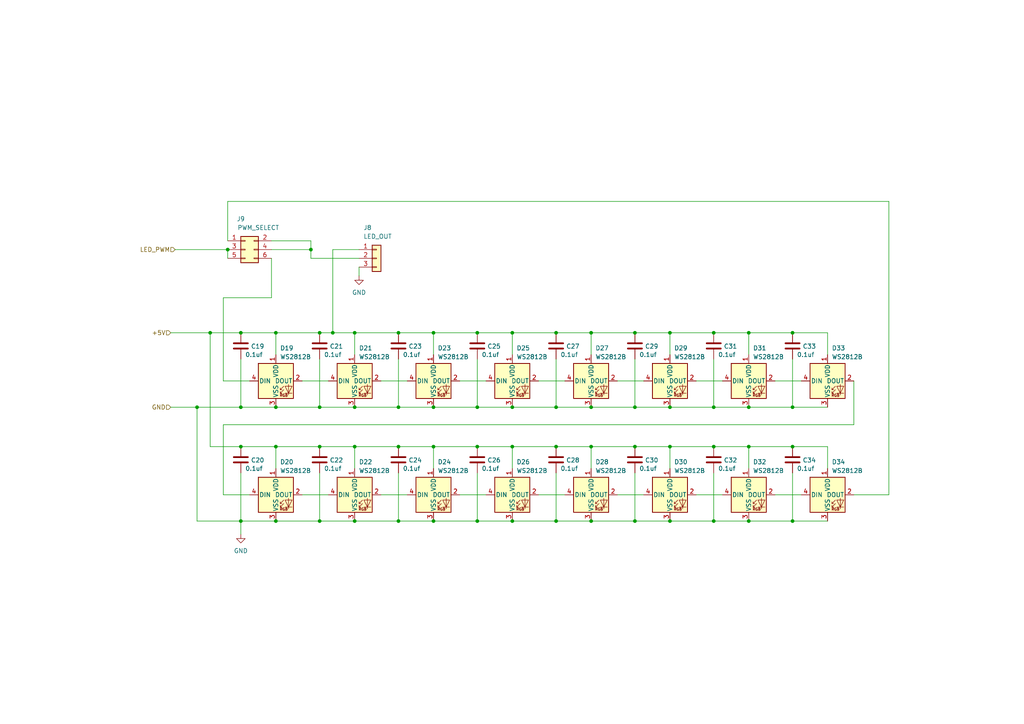
<source format=kicad_sch>
(kicad_sch (version 20230121) (generator eeschema)
  (paper "A4")
  (title_block (title "LED Bank") (rev "R0.1") (company "Up&Up") (comment 1 "Engineer: Pooh Cook") (comment 2 "Waddle Test Design"))
  (lib_symbols
    (symbol "Connector_Generic:Conn_01x03" (pin_names (offset 1.016) hide)
      (property "Reference" "J" (at 0 5.08 0))
      (property "Value" "Conn_01x03" (at 0 -5.08 0))
      (symbol "Conn_01x03_1_1"
        (rectangle (start -1.27 -2.413) (end 0 -2.667) (stroke (width 0.1524)))
        (rectangle (start -1.27 0.127) (end 0 -0.127) (stroke (width 0.1524)))
        (rectangle (start -1.27 2.667) (end 0 2.413) (stroke (width 0.1524)))
        (rectangle (start -1.27 3.81) (end 1.27 -3.81) (stroke (width 0.254)) (fill (type background)))
        (pin passive line (at -5.08 2.54 0) (length 3.81) (name "Pin_1") (number "1"))
        (pin passive line (at -5.08 0 0) (length 3.81) (name "Pin_2") (number "2"))
        (pin passive line (at -5.08 -2.54 0) (length 3.81) (name "Pin_3") (number "3"))
      )
    )
    (symbol "Connector_Generic:Conn_02x03_Odd_Even" (pin_names (offset 1.016) hide)
      (property "Reference" "J" (at 1.27 5.08 0))
      (property "Value" "Conn_02x03_Odd_Even" (at 1.27 -5.08 0))
      (symbol "Conn_02x03_Odd_Even_1_1"
        (rectangle (start -1.27 -2.413) (end 0 -2.667) (stroke (width 0.1524)))
        (rectangle (start -1.27 0.127) (end 0 -0.127) (stroke (width 0.1524)))
        (rectangle (start -1.27 2.667) (end 0 2.413) (stroke (width 0.1524)))
        (rectangle (start -1.27 3.81) (end 3.81 -3.81) (stroke (width 0.254)) (fill (type background)))
        (rectangle (start 3.81 -2.413) (end 2.54 -2.667) (stroke (width 0.1524)))
        (rectangle (start 3.81 0.127) (end 2.54 -0.127) (stroke (width 0.1524)))
        (rectangle (start 3.81 2.667) (end 2.54 2.413) (stroke (width 0.1524)))
        (pin passive line (at -5.08 2.54 0) (length 3.81) (name "Pin_1") (number "1"))
        (pin passive line (at 7.62 2.54 180) (length 3.81) (name "Pin_2") (number "2"))
        (pin passive line (at -5.08 0 0) (length 3.81) (name "Pin_3") (number "3"))
        (pin passive line (at 7.62 0 180) (length 3.81) (name "Pin_4") (number "4"))
        (pin passive line (at -5.08 -2.54 0) (length 3.81) (name "Pin_5") (number "5"))
        (pin passive line (at 7.62 -2.54 180) (length 3.81) (name "Pin_6") (number "6"))
      )
    )
    (symbol "Device:C" (pin_numbers hide) (pin_names (offset 0.254))
      (property "Reference" "C" (at 0.635 2.54 0))
      (property "Value" "C" (at 0.635 -2.54 0))
      (symbol "C_0_1"
        (polyline (pts (xy -2.032 -0.762) (xy 2.032 -0.762)) (stroke (width 0.508)))
        (polyline (pts (xy -2.032 0.762) (xy 2.032 0.762)) (stroke (width 0.508)))
      )
      (symbol "C_1_1"
        (pin passive line (at 0 3.81 270) (length 2.794) (name "~") (number "1"))
        (pin passive line (at 0 -3.81 90) (length 2.794) (name "~") (number "2"))
      )
    )
    (symbol "LED:WS2812B" (pin_names (offset 0.254))
      (property "Reference" "D" (at 5.08 5.715 0))
      (property "Value" "WS2812B" (at 1.27 -5.715 0))
      (symbol "WS2812B_0_0"
        (text "RGB" (at 2.286 -4.191 0) (effects (font (size 0.762 0.762))))
      )
      (symbol "WS2812B_0_1"
        (polyline (pts (xy 1.27 -3.556) (xy 1.778 -3.556)))
        (polyline (pts (xy 1.27 -2.54) (xy 1.778 -2.54)))
        (polyline (pts (xy 4.699 -3.556) (xy 2.667 -3.556)))
        (polyline (pts (xy 2.286 -2.54) (xy 1.27 -3.556) (xy 1.27 -3.048)))
        (polyline (pts (xy 2.286 -1.524) (xy 1.27 -2.54) (xy 1.27 -2.032)))
        (polyline (pts (xy 3.683 -1.016) (xy 3.683 -3.556) (xy 3.683 -4.064)))
        (polyline (pts (xy 4.699 -1.524) (xy 2.667 -1.524) (xy 3.683 -3.556) (xy 4.699 -1.524)))
        (rectangle (start 5.08 5.08) (end -5.08 -5.08) (stroke (width 0.254)) (fill (type background)))
      )
      (symbol "WS2812B_1_1"
        (pin power_in line (at 0 7.62 270) (length 2.54) (name "VDD") (number "1"))
        (pin output line (at 7.62 0 180) (length 2.54) (name "DOUT") (number "2"))
        (pin power_in line (at 0 -7.62 90) (length 2.54) (name "VSS") (number "3"))
        (pin input line (at -7.62 0 0) (length 2.54) (name "DIN") (number "4"))
      )
    )
    (symbol "power:GND" (power) (pin_names (offset 0))
      (property "Value" "GND" (at 0 -3.81 0))
      (symbol "GND_0_1"
        (polyline (pts (xy 0 0) (xy 0 -1.27) (xy 1.27 -1.27) (xy 0 -2.54) (xy -1.27 -1.27) (xy 0 -1.27)))
      )
      (symbol "GND_1_1"
        (pin power_in line (at 0 0 270) (length 0) hide (name "GND") (number "1"))
      )
    )
  )
  (junction (at 138.43 118.11))
  (junction (at 229.87 151.13))
  (junction (at 138.43 151.13))
  (junction (at 92.71 151.13))
  (junction (at 92.71 118.11))
  (junction (at 207.01 118.11))
  (junction (at 92.71 96.52))
  (junction (at 125.73 96.52))
  (junction (at 161.29 96.52))
  (junction (at 217.17 151.13))
  (junction (at 184.15 118.11))
  (junction (at 102.87 118.11))
  (junction (at 171.45 96.52))
  (junction (at 207.01 129.54))
  (junction (at 217.17 118.11))
  (junction (at 80.01 151.13))
  (junction (at 80.01 96.52))
  (junction (at 184.15 129.54))
  (junction (at 138.43 96.52))
  (junction (at 217.17 96.52))
  (junction (at 60.96 96.52))
  (junction (at 115.57 96.52))
  (junction (at 125.73 151.13))
  (junction (at 102.87 96.52))
  (junction (at 148.59 118.11))
  (junction (at 184.15 151.13))
  (junction (at 207.01 96.52))
  (junction (at 115.57 151.13))
  (junction (at 171.45 151.13))
  (junction (at 148.59 129.54))
  (junction (at 194.31 118.11))
  (junction (at 80.01 118.11))
  (junction (at 229.87 129.54))
  (junction (at 57.15 118.11))
  (junction (at 102.87 151.13))
  (junction (at 171.45 118.11))
  (junction (at 161.29 118.11))
  (junction (at 207.01 151.13))
  (junction (at 90.17 72.39))
  (junction (at 66.04 72.39))
  (junction (at 125.73 129.54))
  (junction (at 161.29 129.54))
  (junction (at 148.59 151.13))
  (junction (at 69.85 96.52))
  (junction (at 138.43 129.54))
  (junction (at 115.57 129.54))
  (junction (at 184.15 96.52))
  (junction (at 171.45 129.54))
  (junction (at 217.17 129.54))
  (junction (at 194.31 151.13))
  (junction (at 125.73 118.11))
  (junction (at 229.87 118.11))
  (junction (at 92.71 129.54))
  (junction (at 102.87 129.54))
  (junction (at 161.29 151.13))
  (junction (at 69.85 118.11))
  (junction (at 69.85 151.13))
  (junction (at 115.57 118.11))
  (junction (at 148.59 96.52))
  (junction (at 194.31 96.52))
  (junction (at 229.87 96.52))
  (junction (at 69.85 129.54))
  (junction (at 96.52 96.52))
  (junction (at 194.31 129.54))
  (junction (at 80.01 129.54))
  (wire (pts (xy 207.01 104.14) (xy 207.01 118.11)))
  (wire (pts (xy 78.74 69.85) (xy 90.17 69.85)))
  (wire (pts (xy 102.87 129.54) (xy 102.87 135.89)))
  (wire (pts (xy 69.85 118.11) (xy 69.85 104.14)))
  (wire (pts (xy 207.01 137.16) (xy 207.01 151.13)))
  (wire (pts (xy 247.65 123.19) (xy 64.77 123.19)))
  (wire (pts (xy 92.71 96.52) (xy 96.52 96.52)))
  (wire (pts (xy 240.03 96.52) (xy 229.87 96.52)))
  (wire (pts (xy 224.79 110.49) (xy 232.41 110.49)))
  (wire (pts (xy 240.03 151.13) (xy 229.87 151.13)))
  (wire (pts (xy 87.63 143.51) (xy 95.25 143.51)))
  (wire (pts (xy 80.01 118.11) (xy 69.85 118.11)))
  (wire (pts (xy 171.45 129.54) (xy 171.45 135.89)))
  (wire (pts (xy 194.31 118.11) (xy 184.15 118.11)))
  (wire (pts (xy 148.59 96.52) (xy 148.59 102.87)))
  (wire (pts (xy 247.65 110.49) (xy 247.65 123.19)))
  (wire (pts (xy 138.43 151.13) (xy 125.73 151.13)))
  (wire (pts (xy 217.17 118.11) (xy 207.01 118.11)))
  (wire (pts (xy 138.43 118.11) (xy 125.73 118.11)))
  (wire (pts (xy 69.85 129.54) (xy 80.01 129.54)))
  (wire (pts (xy 115.57 129.54) (xy 125.73 129.54)))
  (wire (pts (xy 257.81 143.51) (xy 257.81 58.42)))
  (wire (pts (xy 148.59 151.13) (xy 138.43 151.13)))
  (wire (pts (xy 115.57 104.14) (xy 115.57 118.11)))
  (wire (pts (xy 194.31 96.52) (xy 207.01 96.52)))
  (wire (pts (xy 217.17 96.52) (xy 217.17 102.87)))
  (wire (pts (xy 69.85 151.13) (xy 57.15 151.13)))
  (wire (pts (xy 80.01 151.13) (xy 69.85 151.13)))
  (wire (pts (xy 161.29 96.52) (xy 171.45 96.52)))
  (wire (pts (xy 60.96 96.52) (xy 60.96 129.54)))
  (wire (pts (xy 184.15 104.14) (xy 184.15 118.11)))
  (wire (pts (xy 171.45 96.52) (xy 184.15 96.52)))
  (wire (pts (xy 194.31 129.54) (xy 207.01 129.54)))
  (wire (pts (xy 78.74 86.36) (xy 64.77 86.36)))
  (wire (pts (xy 69.85 96.52) (xy 80.01 96.52)))
  (wire (pts (xy 69.85 151.13) (xy 69.85 137.16)))
  (wire (pts (xy 217.17 129.54) (xy 229.87 129.54)))
  (wire (pts (xy 102.87 118.11) (xy 92.71 118.11)))
  (wire (pts (xy 156.21 110.49) (xy 163.83 110.49)))
  (wire (pts (xy 171.45 151.13) (xy 161.29 151.13)))
  (wire (pts (xy 66.04 58.42) (xy 66.04 69.85)))
  (wire (pts (xy 80.01 129.54) (xy 80.01 135.89)))
  (wire (pts (xy 92.71 129.54) (xy 102.87 129.54)))
  (wire (pts (xy 96.52 96.52) (xy 102.87 96.52)))
  (wire (pts (xy 207.01 96.52) (xy 217.17 96.52)))
  (wire (pts (xy 125.73 96.52) (xy 125.73 102.87)))
  (wire (pts (xy 240.03 135.89) (xy 240.03 129.54)))
  (wire (pts (xy 138.43 104.14) (xy 138.43 118.11)))
  (wire (pts (xy 184.15 151.13) (xy 171.45 151.13)))
  (wire (pts (xy 257.81 58.42) (xy 66.04 58.42)))
  (wire (pts (xy 156.21 143.51) (xy 163.83 143.51)))
  (wire (pts (xy 207.01 129.54) (xy 217.17 129.54)))
  (wire (pts (xy 194.31 96.52) (xy 194.31 102.87)))
  (wire (pts (xy 90.17 69.85) (xy 90.17 72.39)))
  (wire (pts (xy 138.43 129.54) (xy 148.59 129.54)))
  (wire (pts (xy 184.15 137.16) (xy 184.15 151.13)))
  (wire (pts (xy 240.03 102.87) (xy 240.03 96.52)))
  (wire (pts (xy 115.57 151.13) (xy 102.87 151.13)))
  (wire (pts (xy 92.71 137.16) (xy 92.71 151.13)))
  (wire (pts (xy 78.74 74.93) (xy 78.74 86.36)))
  (wire (pts (xy 69.85 151.13) (xy 69.85 154.94)))
  (wire (pts (xy 229.87 118.11) (xy 217.17 118.11)))
  (wire (pts (xy 224.79 143.51) (xy 232.41 143.51)))
  (wire (pts (xy 184.15 118.11) (xy 171.45 118.11)))
  (wire (pts (xy 104.14 72.39) (xy 96.52 72.39)))
  (wire (pts (xy 229.87 137.16) (xy 229.87 151.13)))
  (wire (pts (xy 115.57 118.11) (xy 102.87 118.11)))
  (wire (pts (xy 171.45 129.54) (xy 184.15 129.54)))
  (wire (pts (xy 125.73 129.54) (xy 138.43 129.54)))
  (wire (pts (xy 125.73 96.52) (xy 138.43 96.52)))
  (wire (pts (xy 92.71 104.14) (xy 92.71 118.11)))
  (wire (pts (xy 92.71 118.11) (xy 80.01 118.11)))
  (wire (pts (xy 229.87 151.13) (xy 217.17 151.13)))
  (wire (pts (xy 179.07 110.49) (xy 186.69 110.49)))
  (wire (pts (xy 125.73 151.13) (xy 115.57 151.13)))
  (wire (pts (xy 90.17 72.39) (xy 90.17 74.93)))
  (wire (pts (xy 110.49 110.49) (xy 118.11 110.49)))
  (wire (pts (xy 148.59 129.54) (xy 161.29 129.54)))
  (wire (pts (xy 217.17 129.54) (xy 217.17 135.89)))
  (wire (pts (xy 161.29 129.54) (xy 171.45 129.54)))
  (wire (pts (xy 115.57 96.52) (xy 125.73 96.52)))
  (wire (pts (xy 138.43 137.16) (xy 138.43 151.13)))
  (wire (pts (xy 207.01 151.13) (xy 194.31 151.13)))
  (wire (pts (xy 60.96 96.52) (xy 69.85 96.52)))
  (wire (pts (xy 80.01 96.52) (xy 92.71 96.52)))
  (wire (pts (xy 102.87 96.52) (xy 102.87 102.87)))
  (wire (pts (xy 49.53 118.11) (xy 57.15 118.11)))
  (wire (pts (xy 64.77 110.49) (xy 72.39 110.49)))
  (wire (pts (xy 66.04 72.39) (xy 66.04 74.93)))
  (wire (pts (xy 87.63 110.49) (xy 95.25 110.49)))
  (wire (pts (xy 64.77 143.51) (xy 72.39 143.51)))
  (wire (pts (xy 240.03 118.11) (xy 229.87 118.11)))
  (wire (pts (xy 217.17 151.13) (xy 207.01 151.13)))
  (wire (pts (xy 64.77 123.19) (xy 64.77 143.51)))
  (wire (pts (xy 171.45 96.52) (xy 171.45 102.87)))
  (wire (pts (xy 240.03 129.54) (xy 229.87 129.54)))
  (wire (pts (xy 60.96 129.54) (xy 69.85 129.54)))
  (wire (pts (xy 90.17 74.93) (xy 104.14 74.93)))
  (wire (pts (xy 92.71 151.13) (xy 80.01 151.13)))
  (wire (pts (xy 179.07 143.51) (xy 186.69 143.51)))
  (wire (pts (xy 104.14 77.47) (xy 104.14 80.01)))
  (wire (pts (xy 50.8 72.39) (xy 66.04 72.39)))
  (wire (pts (xy 161.29 118.11) (xy 148.59 118.11)))
  (wire (pts (xy 161.29 137.16) (xy 161.29 151.13)))
  (wire (pts (xy 110.49 143.51) (xy 118.11 143.51)))
  (wire (pts (xy 207.01 118.11) (xy 194.31 118.11)))
  (wire (pts (xy 102.87 151.13) (xy 92.71 151.13)))
  (wire (pts (xy 78.74 72.39) (xy 90.17 72.39)))
  (wire (pts (xy 60.96 96.52) (xy 49.53 96.52)))
  (wire (pts (xy 194.31 129.54) (xy 194.31 135.89)))
  (wire (pts (xy 194.31 151.13) (xy 184.15 151.13)))
  (wire (pts (xy 148.59 129.54) (xy 148.59 135.89)))
  (wire (pts (xy 96.52 72.39) (xy 96.52 96.52)))
  (wire (pts (xy 247.65 143.51) (xy 257.81 143.51)))
  (wire (pts (xy 80.01 96.52) (xy 80.01 102.87)))
  (wire (pts (xy 102.87 129.54) (xy 115.57 129.54)))
  (wire (pts (xy 102.87 96.52) (xy 115.57 96.52)))
  (wire (pts (xy 125.73 118.11) (xy 115.57 118.11)))
  (wire (pts (xy 201.93 143.51) (xy 209.55 143.51)))
  (wire (pts (xy 57.15 151.13) (xy 57.15 118.11)))
  (wire (pts (xy 171.45 118.11) (xy 161.29 118.11)))
  (wire (pts (xy 138.43 96.52) (xy 148.59 96.52)))
  (wire (pts (xy 133.35 143.51) (xy 140.97 143.51)))
  (wire (pts (xy 229.87 104.14) (xy 229.87 118.11)))
  (wire (pts (xy 80.01 129.54) (xy 92.71 129.54)))
  (wire (pts (xy 217.17 96.52) (xy 229.87 96.52)))
  (wire (pts (xy 133.35 110.49) (xy 140.97 110.49)))
  (wire (pts (xy 161.29 151.13) (xy 148.59 151.13)))
  (wire (pts (xy 148.59 96.52) (xy 161.29 96.52)))
  (wire (pts (xy 201.93 110.49) (xy 209.55 110.49)))
  (wire (pts (xy 115.57 137.16) (xy 115.57 151.13)))
  (wire (pts (xy 64.77 86.36) (xy 64.77 110.49)))
  (wire (pts (xy 148.59 118.11) (xy 138.43 118.11)))
  (wire (pts (xy 161.29 104.14) (xy 161.29 118.11)))
  (wire (pts (xy 184.15 96.52) (xy 194.31 96.52)))
  (wire (pts (xy 184.15 129.54) (xy 194.31 129.54)))
  (wire (pts (xy 57.15 118.11) (xy 69.85 118.11)))
  (wire (pts (xy 125.73 129.54) (xy 125.73 135.89)))
  (hierarchical_label "GND" (shape input) (at 49.53 118.11 180))
  (hierarchical_label "+5V" (shape input) (at 49.53 96.52 180))
  (hierarchical_label "LED_PWM" (shape input) (at 50.8 72.39 180))
  (symbol (lib_id "Device:C") (at 184.15 133.35 0) (unit 1)
    (property "Reference" "C30" (at 187.071 133.477 0) (effects (justify left)))
    (property "Value" "0.1uf" (at 185.42 135.89 0) (effects (justify left)))
    (property "Footprint" "Capacitor_SMD:C_0603_1608Metric" (effects hide))
    (property "LCSC Part Number" "C14663" (effects hide))
    (property "PartNumber" "CC0603KRX7R9BB104" (effects hide))
    (property "cost" "0.0013" (effects hide))
    (instances (project "waddle" (path "" (reference "C30") (unit 1))) (project "lumpy" (path "" (reference "C35") (unit 1))))
  )
  (symbol (lib_id "Device:C") (at 115.57 100.33 0) (unit 1)
    (property "Reference" "C23" (at 118.491 100.457 0) (effects (justify left)))
    (property "Value" "0.1uf" (at 116.84 102.87 0) (effects (justify left)))
    (property "Footprint" "Capacitor_SMD:C_0603_1608Metric" (effects hide))
    (property "LCSC Part Number" "C14663" (effects hide))
    (property "PartNumber" "CC0603KRX7R9BB104" (effects hide))
    (property "cost" "0.0013" (effects hide))
    (instances (project "waddle" (path "" (reference "C23") (unit 1))) (project "lumpy" (path "" (reference "C28") (unit 1))))
  )
  (symbol (lib_id "Device:C") (at 161.29 133.35 0) (unit 1)
    (property "Reference" "C28" (at 164.211 133.477 0) (effects (justify left)))
    (property "Value" "0.1uf" (at 162.56 135.89 0) (effects (justify left)))
    (property "Footprint" "Capacitor_SMD:C_0603_1608Metric" (effects hide))
    (property "LCSC Part Number" "C14663" (effects hide))
    (property "PartNumber" "CC0603KRX7R9BB104" (effects hide))
    (property "cost" "0.0013" (effects hide))
    (instances (project "waddle" (path "" (reference "C28") (unit 1))) (project "lumpy" (path "" (reference "C33") (unit 1))))
  )
  (symbol (lib_id "LED:WS2812B") (at 148.59 110.49 0) (unit 1)
    (property "Reference" "D25" (at 151.765 100.965 0))
    (property "Value" "WS2812B" (at 154.305 103.505 0))
    (property "Footprint" "local:LED_WS2812B_PLCC4_5.0x5.0mm_P3.2mm" (effects hide))
    (property "Datasheet" "https://cdn-shop.adafruit.com/datasheets/WS2812B.pdf" (effects hide))
    (property "LCSC Part Number" "C2761795" (effects hide))
    (property "PartNumber" "WS2812B-B/T" (effects hide))
    (property "cost" "0.0512" (effects hide))
    (instances (project "waddle" (path "" (reference "D25") (unit 1))) (project "lumpy" (path "" (reference "D26") (unit 1))))
  )
  (symbol (lib_id "Device:C") (at 207.01 100.33 0) (unit 1)
    (property "Reference" "C31" (at 209.931 100.457 0) (effects (justify left)))
    (property "Value" "0.1uf" (at 208.28 102.87 0) (effects (justify left)))
    (property "Footprint" "Capacitor_SMD:C_0603_1608Metric" (effects hide))
    (property "LCSC Part Number" "C14663" (effects hide))
    (property "PartNumber" "CC0603KRX7R9BB104" (effects hide))
    (property "cost" "0.0013" (effects hide))
    (instances (project "waddle" (path "" (reference "C31") (unit 1))) (project "lumpy" (path "" (reference "C36") (unit 1))))
  )
  (symbol (lib_id "power:GND") (at 104.14 80.01 0) (unit 1)
    (property "Reference" "#PWR024" (effects hide))
    (property "Value" "GND" (at 104.14 84.836 0))
    (instances (project "waddle" (path "" (reference "#PWR024") (unit 1))) (project "lumpy" (path "" (reference "#PWR016") (unit 1))))
  )
  (symbol (lib_id "Device:C") (at 161.29 100.33 0) (unit 1)
    (property "Reference" "C27" (at 164.211 100.457 0) (effects (justify left)))
    (property "Value" "0.1uf" (at 162.56 102.87 0) (effects (justify left)))
    (property "Footprint" "Capacitor_SMD:C_0603_1608Metric" (effects hide))
    (property "LCSC Part Number" "C14663" (effects hide))
    (property "PartNumber" "CC0603KRX7R9BB104" (effects hide))
    (property "cost" "0.0013" (effects hide))
    (instances (project "waddle" (path "" (reference "C27") (unit 1))) (project "lumpy" (path "" (reference "C32") (unit 1))))
  )
  (symbol (lib_id "LED:WS2812B") (at 194.31 110.49 0) (unit 1)
    (property "Reference" "D29" (at 197.485 100.965 0))
    (property "Value" "WS2812B" (at 200.025 103.505 0))
    (property "Footprint" "local:LED_WS2812B_PLCC4_5.0x5.0mm_P3.2mm" (effects hide))
    (property "Datasheet" "https://cdn-shop.adafruit.com/datasheets/WS2812B.pdf" (effects hide))
    (property "LCSC Part Number" "C2761795" (effects hide))
    (property "PartNumber" "WS2812B-B/T" (effects hide))
    (property "cost" "0.0512" (effects hide))
    (instances (project "waddle" (path "" (reference "D29") (unit 1))) (project "lumpy" (path "" (reference "D30") (unit 1))))
  )
  (symbol (lib_id "Device:C") (at 184.15 100.33 0) (unit 1)
    (property "Reference" "C29" (at 187.071 100.457 0) (effects (justify left)))
    (property "Value" "0.1uf" (at 185.42 102.87 0) (effects (justify left)))
    (property "Footprint" "Capacitor_SMD:C_0603_1608Metric" (effects hide))
    (property "LCSC Part Number" "C14663" (effects hide))
    (property "PartNumber" "CC0603KRX7R9BB104" (effects hide))
    (property "cost" "0.0013" (effects hide))
    (instances (project "waddle" (path "" (reference "C29") (unit 1))) (project "lumpy" (path "" (reference "C34") (unit 1))))
  )
  (symbol (lib_id "Device:C") (at 69.85 100.33 0) (unit 1)
    (property "Reference" "C19" (at 72.771 100.457 0) (effects (justify left)))
    (property "Value" "0.1uf" (at 71.12 102.87 0) (effects (justify left)))
    (property "Footprint" "Capacitor_SMD:C_0603_1608Metric" (effects hide))
    (property "LCSC Part Number" "C14663" (effects hide))
    (property "PartNumber" "CC0603KRX7R9BB104" (effects hide))
    (property "cost" "0.0013" (effects hide))
    (instances (project "waddle" (path "" (reference "C19") (unit 1))) (project "lumpy" (path "" (reference "C24") (unit 1))))
  )
  (symbol (lib_id "Device:C") (at 138.43 100.33 0) (unit 1)
    (property "Reference" "C25" (at 141.351 100.457 0) (effects (justify left)))
    (property "Value" "0.1uf" (at 139.7 102.87 0) (effects (justify left)))
    (property "Footprint" "Capacitor_SMD:C_0603_1608Metric" (effects hide))
    (property "LCSC Part Number" "C14663" (effects hide))
    (property "PartNumber" "CC0603KRX7R9BB104" (effects hide))
    (property "cost" "0.0013" (effects hide))
    (instances (project "waddle" (path "" (reference "C25") (unit 1))) (project "lumpy" (path "" (reference "C30") (unit 1))))
  )
  (symbol (lib_id "LED:WS2812B") (at 171.45 143.51 0) (unit 1)
    (property "Reference" "D28" (at 174.625 133.985 0))
    (property "Value" "WS2812B" (at 177.165 136.525 0))
    (property "Footprint" "local:LED_WS2812B_PLCC4_5.0x5.0mm_P3.2mm" (effects hide))
    (property "Datasheet" "https://cdn-shop.adafruit.com/datasheets/WS2812B.pdf" (effects hide))
    (property "LCSC Part Number" "C2761795" (effects hide))
    (property "PartNumber" "WS2812B-B/T" (effects hide))
    (property "cost" "0.0512" (effects hide))
    (instances (project "waddle" (path "" (reference "D28") (unit 1))) (project "lumpy" (path "" (reference "D29") (unit 1))))
  )
  (symbol (lib_id "LED:WS2812B") (at 171.45 110.49 0) (unit 1)
    (property "Reference" "D27" (at 174.625 100.965 0))
    (property "Value" "WS2812B" (at 177.165 103.505 0))
    (property "Footprint" "local:LED_WS2812B_PLCC4_5.0x5.0mm_P3.2mm" (effects hide))
    (property "Datasheet" "https://cdn-shop.adafruit.com/datasheets/WS2812B.pdf" (effects hide))
    (property "LCSC Part Number" "C2761795" (effects hide))
    (property "PartNumber" "WS2812B-B/T" (effects hide))
    (property "cost" "0.0512" (effects hide))
    (instances (project "waddle" (path "" (reference "D27") (unit 1))) (project "lumpy" (path "" (reference "D28") (unit 1))))
  )
  (symbol (lib_id "LED:WS2812B") (at 125.73 143.51 0) (unit 1)
    (property "Reference" "D24" (at 128.905 133.985 0))
    (property "Value" "WS2812B" (at 131.445 136.525 0))
    (property "Footprint" "local:LED_WS2812B_PLCC4_5.0x5.0mm_P3.2mm" (effects hide))
    (property "Datasheet" "https://cdn-shop.adafruit.com/datasheets/WS2812B.pdf" (effects hide))
    (property "LCSC Part Number" "C2761795" (effects hide))
    (property "PartNumber" "WS2812B-B/T" (effects hide))
    (property "cost" "0.0512" (effects hide))
    (instances (project "waddle" (path "" (reference "D24") (unit 1))) (project "lumpy" (path "" (reference "D25") (unit 1))))
  )
  (symbol (lib_id "LED:WS2812B") (at 217.17 110.49 0) (unit 1)
    (property "Reference" "D31" (at 220.345 100.965 0))
    (property "Value" "WS2812B" (at 222.885 103.505 0))
    (property "Footprint" "local:LED_WS2812B_PLCC4_5.0x5.0mm_P3.2mm" (effects hide))
    (property "Datasheet" "https://cdn-shop.adafruit.com/datasheets/WS2812B.pdf" (effects hide))
    (property "LCSC Part Number" "C2761795" (effects hide))
    (property "PartNumber" "WS2812B-B/T" (effects hide))
    (property "cost" "0.0512" (effects hide))
    (instances (project "waddle" (path "" (reference "D31") (unit 1))) (project "lumpy" (path "" (reference "D32") (unit 1))))
  )
  (symbol (lib_id "Connector_Generic:Conn_01x03") (at 109.22 74.93 0) (unit 1)
    (property "Reference" "J8" (at 105.41 66.04 0) (effects (justify left)))
    (property "Value" "LED_OUT" (at 105.41 68.58 0) (effects (justify left)))
    (property "Footprint" "local:PinHeader_1x03_P2.54mm_Vertical" (effects hide))
  )
  (symbol (lib_id "Device:C") (at 115.57 133.35 0) (unit 1)
    (property "Reference" "C24" (at 118.491 133.477 0) (effects (justify left)))
    (property "Value" "0.1uf" (at 116.84 135.89 0) (effects (justify left)))
    (property "Footprint" "Capacitor_SMD:C_0603_1608Metric" (effects hide))
    (property "LCSC Part Number" "C14663" (effects hide))
    (property "PartNumber" "CC0603KRX7R9BB104" (effects hide))
    (property "cost" "0.0013" (effects hide))
    (instances (project "waddle" (path "" (reference "C24") (unit 1))) (project "lumpy" (path "" (reference "C29") (unit 1))))
  )
  (symbol (lib_id "LED:WS2812B") (at 80.01 143.51 0) (unit 1)
    (property "Reference" "D20" (at 83.185 133.985 0))
    (property "Value" "WS2812B" (at 85.725 136.525 0))
    (property "Footprint" "local:LED_WS2812B_PLCC4_5.0x5.0mm_P3.2mm" (effects hide))
    (property "Datasheet" "https://cdn-shop.adafruit.com/datasheets/WS2812B.pdf" (effects hide))
    (property "LCSC Part Number" "C2761795" (effects hide))
    (property "PartNumber" "WS2812B-B/T" (effects hide))
    (property "cost" "0.0512" (effects hide))
    (instances (project "waddle" (path "" (reference "D20") (unit 1))) (project "lumpy" (path "" (reference "D21") (unit 1))))
  )
  (symbol (lib_id "LED:WS2812B") (at 217.17 143.51 0) (unit 1)
    (property "Reference" "D32" (at 220.345 133.985 0))
    (property "Value" "WS2812B" (at 222.885 136.525 0))
    (property "Footprint" "local:LED_WS2812B_PLCC4_5.0x5.0mm_P3.2mm" (effects hide))
    (property "Datasheet" "https://cdn-shop.adafruit.com/datasheets/WS2812B.pdf" (effects hide))
    (property "LCSC Part Number" "C2761795" (effects hide))
    (property "PartNumber" "WS2812B-B/T" (effects hide))
    (property "cost" "0.0512" (effects hide))
    (instances (project "waddle" (path "" (reference "D32") (unit 1))) (project "lumpy" (path "" (reference "D33") (unit 1))))
  )
  (symbol (lib_id "Device:C") (at 138.43 133.35 0) (unit 1)
    (property "Reference" "C26" (at 141.351 133.477 0) (effects (justify left)))
    (property "Value" "0.1uf" (at 139.7 135.89 0) (effects (justify left)))
    (property "Footprint" "Capacitor_SMD:C_0603_1608Metric" (effects hide))
    (property "LCSC Part Number" "C14663" (effects hide))
    (property "PartNumber" "CC0603KRX7R9BB104" (effects hide))
    (property "cost" "0.0013" (effects hide))
    (instances (project "waddle" (path "" (reference "C26") (unit 1))) (project "lumpy" (path "" (reference "C31") (unit 1))))
  )
  (symbol (lib_id "LED:WS2812B") (at 240.03 143.51 0) (unit 1)
    (property "Reference" "D34" (at 243.205 133.985 0))
    (property "Value" "WS2812B" (at 245.745 136.525 0))
    (property "Footprint" "local:LED_WS2812B_PLCC4_5.0x5.0mm_P3.2mm" (effects hide))
    (property "Datasheet" "https://cdn-shop.adafruit.com/datasheets/WS2812B.pdf" (effects hide))
    (property "LCSC Part Number" "C2761795" (effects hide))
    (property "PartNumber" "WS2812B-B/T" (effects hide))
    (property "cost" "0.0512" (effects hide))
    (instances (project "waddle" (path "" (reference "D34") (unit 1))) (project "lumpy" (path "" (reference "D35") (unit 1))))
  )
  (symbol (lib_id "power:GND") (at 69.85 154.94 0) (unit 1)
    (property "Reference" "#PWR019" (effects hide))
    (property "Value" "GND" (at 69.85 159.766 0))
    (instances (project "waddle" (path "" (reference "#PWR019") (unit 1))) (project "lumpy" (path "" (reference "#PWR016") (unit 1))))
  )
  (symbol (lib_id "Device:C") (at 207.01 133.35 0) (unit 1)
    (property "Reference" "C32" (at 209.931 133.477 0) (effects (justify left)))
    (property "Value" "0.1uf" (at 208.28 135.89 0) (effects (justify left)))
    (property "Footprint" "Capacitor_SMD:C_0603_1608Metric" (effects hide))
    (property "LCSC Part Number" "C14663" (effects hide))
    (property "PartNumber" "CC0603KRX7R9BB104" (effects hide))
    (property "cost" "0.0013" (effects hide))
    (instances (project "waddle" (path "" (reference "C32") (unit 1))) (project "lumpy" (path "" (reference "C37") (unit 1))))
  )
  (symbol (lib_id "LED:WS2812B") (at 80.01 110.49 0) (unit 1)
    (property "Reference" "D19" (at 83.185 100.965 0))
    (property "Value" "WS2812B" (at 85.725 103.505 0))
    (property "Footprint" "local:LED_WS2812B_PLCC4_5.0x5.0mm_P3.2mm" (effects hide))
    (property "Datasheet" "https://cdn-shop.adafruit.com/datasheets/WS2812B.pdf" (effects hide))
    (property "LCSC Part Number" "C2761795" (effects hide))
    (property "PartNumber" "WS2812B-B/T" (effects hide))
    (property "cost" "0.0512" (effects hide))
    (instances (project "waddle" (path "" (reference "D19") (unit 1))) (project "lumpy" (path "" (reference "D20") (unit 1))))
  )
  (symbol (lib_id "Device:C") (at 92.71 133.35 0) (unit 1)
    (property "Reference" "C22" (at 95.631 133.477 0) (effects (justify left)))
    (property "Value" "0.1uf" (at 93.98 135.89 0) (effects (justify left)))
    (property "Footprint" "Capacitor_SMD:C_0603_1608Metric" (effects hide))
    (property "LCSC Part Number" "C14663" (effects hide))
    (property "PartNumber" "CC0603KRX7R9BB104" (effects hide))
    (property "cost" "0.0013" (effects hide))
    (instances (project "waddle" (path "" (reference "C22") (unit 1))) (project "lumpy" (path "" (reference "C27") (unit 1))))
  )
  (symbol (lib_id "LED:WS2812B") (at 125.73 110.49 0) (unit 1)
    (property "Reference" "D23" (at 128.905 100.965 0))
    (property "Value" "WS2812B" (at 131.445 103.505 0))
    (property "Footprint" "local:LED_WS2812B_PLCC4_5.0x5.0mm_P3.2mm" (effects hide))
    (property "Datasheet" "https://cdn-shop.adafruit.com/datasheets/WS2812B.pdf" (effects hide))
    (property "LCSC Part Number" "C2761795" (effects hide))
    (property "PartNumber" "WS2812B-B/T" (effects hide))
    (property "cost" "0.0512" (effects hide))
    (instances (project "waddle" (path "" (reference "D23") (unit 1))) (project "lumpy" (path "" (reference "D24") (unit 1))))
  )
  (symbol (lib_id "LED:WS2812B") (at 102.87 143.51 0) (unit 1)
    (property "Reference" "D22" (at 106.045 133.985 0))
    (property "Value" "WS2812B" (at 108.585 136.525 0))
    (property "Footprint" "local:LED_WS2812B_PLCC4_5.0x5.0mm_P3.2mm" (effects hide))
    (property "Datasheet" "https://cdn-shop.adafruit.com/datasheets/WS2812B.pdf" (effects hide))
    (property "LCSC Part Number" "C2761795" (effects hide))
    (property "PartNumber" "WS2812B-B/T" (effects hide))
    (property "cost" "0.0512" (effects hide))
    (instances (project "waddle" (path "" (reference "D22") (unit 1))) (project "lumpy" (path "" (reference "D23") (unit 1))))
  )
  (symbol (lib_id "Connector_Generic:Conn_02x03_Odd_Even") (at 71.12 72.39 0) (unit 1)
    (property "Reference" "J9" (at 69.85 63.5 0))
    (property "Value" "PWM_SELECT" (at 74.93 66.04 0))
    (property "Footprint" "local:PinHeader_2x03_P2.54mm_Vertical" (effects hide))
  )
  (symbol (lib_id "Device:C") (at 229.87 100.33 0) (unit 1)
    (property "Reference" "C33" (at 232.791 100.457 0) (effects (justify left)))
    (property "Value" "0.1uf" (at 231.14 102.87 0) (effects (justify left)))
    (property "Footprint" "Capacitor_SMD:C_0603_1608Metric" (effects hide))
    (property "LCSC Part Number" "C14663" (effects hide))
    (property "PartNumber" "CC0603KRX7R9BB104" (effects hide))
    (property "cost" "0.0013" (effects hide))
    (instances (project "waddle" (path "" (reference "C33") (unit 1))) (project "lumpy" (path "" (reference "C38") (unit 1))))
  )
  (symbol (lib_id "LED:WS2812B") (at 240.03 110.49 0) (unit 1)
    (property "Reference" "D33" (at 243.205 100.965 0))
    (property "Value" "WS2812B" (at 245.745 103.505 0))
    (property "Footprint" "local:LED_WS2812B_PLCC4_5.0x5.0mm_P3.2mm" (effects hide))
    (property "Datasheet" "https://cdn-shop.adafruit.com/datasheets/WS2812B.pdf" (effects hide))
    (property "LCSC Part Number" "C2761795" (effects hide))
    (property "PartNumber" "WS2812B-B/T" (effects hide))
    (property "cost" "0.0512" (effects hide))
    (instances (project "waddle" (path "" (reference "D33") (unit 1))) (project "lumpy" (path "" (reference "D34") (unit 1))))
  )
  (symbol (lib_id "LED:WS2812B") (at 194.31 143.51 0) (unit 1)
    (property "Reference" "D30" (at 197.485 133.985 0))
    (property "Value" "WS2812B" (at 200.025 136.525 0))
    (property "Footprint" "local:LED_WS2812B_PLCC4_5.0x5.0mm_P3.2mm" (effects hide))
    (property "Datasheet" "https://cdn-shop.adafruit.com/datasheets/WS2812B.pdf" (effects hide))
    (property "LCSC Part Number" "C2761795" (effects hide))
    (property "PartNumber" "WS2812B-B/T" (effects hide))
    (property "cost" "0.0512" (effects hide))
    (instances (project "waddle" (path "" (reference "D30") (unit 1))) (project "lumpy" (path "" (reference "D31") (unit 1))))
  )
  (symbol (lib_id "Device:C") (at 229.87 133.35 0) (unit 1)
    (property "Reference" "C34" (at 232.791 133.477 0) (effects (justify left)))
    (property "Value" "0.1uf" (at 231.14 135.89 0) (effects (justify left)))
    (property "Footprint" "Capacitor_SMD:C_0603_1608Metric" (effects hide))
    (property "LCSC Part Number" "C14663" (effects hide))
    (property "PartNumber" "CC0603KRX7R9BB104" (effects hide))
    (property "cost" "0.0013" (effects hide))
    (instances (project "waddle" (path "" (reference "C34") (unit 1))) (project "lumpy" (path "" (reference "C39") (unit 1))))
  )
  (symbol (lib_id "Device:C") (at 92.71 100.33 0) (unit 1)
    (property "Reference" "C21" (at 95.631 100.457 0) (effects (justify left)))
    (property "Value" "0.1uf" (at 93.98 102.87 0) (effects (justify left)))
    (property "Footprint" "Capacitor_SMD:C_0603_1608Metric" (effects hide))
    (property "LCSC Part Number" "C14663" (effects hide))
    (property "PartNumber" "CC0603KRX7R9BB104" (effects hide))
    (property "cost" "0.0013" (effects hide))
    (instances (project "waddle" (path "" (reference "C21") (unit 1))) (project "lumpy" (path "" (reference "C26") (unit 1))))
  )
  (symbol (lib_id "LED:WS2812B") (at 102.87 110.49 0) (unit 1)
    (property "Reference" "D21" (at 106.045 100.965 0))
    (property "Value" "WS2812B" (at 108.585 103.505 0))
    (property "Footprint" "local:LED_WS2812B_PLCC4_5.0x5.0mm_P3.2mm" (effects hide))
    (property "Datasheet" "https://cdn-shop.adafruit.com/datasheets/WS2812B.pdf" (effects hide))
    (property "LCSC Part Number" "C2761795" (effects hide))
    (property "PartNumber" "WS2812B-B/T" (effects hide))
    (property "cost" "0.0512" (effects hide))
    (instances (project "waddle" (path "" (reference "D21") (unit 1))) (project "lumpy" (path "" (reference "D22") (unit 1))))
  )
  (symbol (lib_id "LED:WS2812B") (at 148.59 143.51 0) (unit 1)
    (property "Reference" "D26" (at 151.765 133.985 0))
    (property "Value" "WS2812B" (at 154.305 136.525 0))
    (property "Footprint" "local:LED_WS2812B_PLCC4_5.0x5.0mm_P3.2mm" (effects hide))
    (property "Datasheet" "https://cdn-shop.adafruit.com/datasheets/WS2812B.pdf" (effects hide))
    (property "LCSC Part Number" "C2761795" (effects hide))
    (property "PartNumber" "WS2812B-B/T" (effects hide))
    (property "cost" "0.0512" (effects hide))
    (instances (project "waddle" (path "" (reference "D26") (unit 1))) (project "lumpy" (path "" (reference "D27") (unit 1))))
  )
  (symbol (lib_id "Device:C") (at 69.85 133.35 0) (unit 1)
    (property "Reference" "C20" (at 72.771 133.477 0) (effects (justify left)))
    (property "Value" "0.1uf" (at 71.12 135.89 0) (effects (justify left)))
    (property "Footprint" "Capacitor_SMD:C_0603_1608Metric" (effects hide))
    (property "LCSC Part Number" "C14663" (effects hide))
    (property "PartNumber" "CC0603KRX7R9BB104" (effects hide))
    (property "cost" "0.0013" (effects hide))
    (instances (project "waddle" (path "" (reference "C20") (unit 1))) (project "lumpy" (path "" (reference "C25") (unit 1))))
  )
)
</source>
